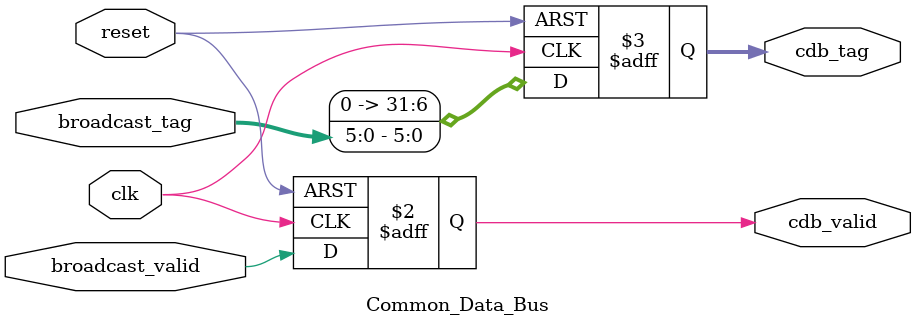
<source format=v>
`timescale 1ns / 1ps


module Common_Data_Bus( clk,
                        reset,
                        broadcast_valid,
                        broadcast_tag,
                        cdb_valid,
                        cdb_tag
    );
    input clk;
    input reset;
    input broadcast_valid;
    input [5:0] broadcast_tag;
    
    output reg cdb_valid;
    output reg [31:0] cdb_tag;
    
    always@(posedge clk or posedge reset) begin
        
        if (reset) begin
            cdb_valid <= 0;
            cdb_tag <= 0;
        end
        
        else begin
            cdb_valid <= broadcast_valid;
            cdb_tag <= broadcast_tag;
        end
    end
endmodule

</source>
